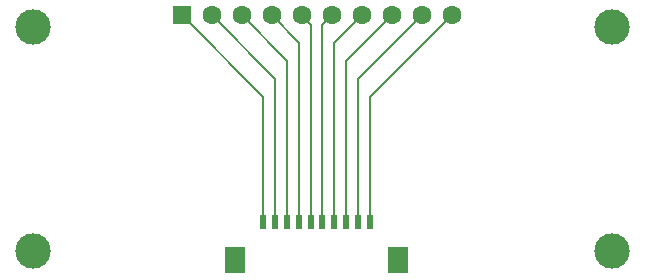
<source format=gbl>
G04*
G04 #@! TF.GenerationSoftware,Altium Limited,Altium Designer,23.8.1 (32)*
G04*
G04 Layer_Physical_Order=2*
G04 Layer_Color=16711680*
%FSLAX44Y44*%
%MOMM*%
G71*
G04*
G04 #@! TF.SameCoordinates,F21FC784-CF66-45F2-9398-5FBE0A3DAB67*
G04*
G04*
G04 #@! TF.FilePolarity,Positive*
G04*
G01*
G75*
%ADD19C,0.2040*%
%ADD20C,1.6000*%
%ADD21R,1.6000X1.6000*%
%ADD22C,3.0000*%
%ADD23R,1.8000X2.2000*%
%ADD24R,0.6000X1.3000*%
D19*
X315000Y160051D02*
X384300Y229351D01*
X315000Y54541D02*
Y160051D01*
X225000Y54541D02*
Y160051D01*
X155700Y229351D02*
X225000Y160051D01*
X235000Y54541D02*
Y175451D01*
X181100Y229351D02*
X235000Y175451D01*
X245000Y54541D02*
Y190851D01*
X206500Y229351D02*
X245000Y190851D01*
X255000Y52291D02*
Y206251D01*
X231900Y229351D02*
X255000Y206251D01*
X265000Y52291D02*
Y221651D01*
X257300Y229351D02*
X265000Y221651D01*
X275000Y52291D02*
Y221651D01*
X282700Y229351D01*
X285000Y52291D02*
Y206251D01*
X308100Y229351D01*
X295000Y54541D02*
Y190851D01*
X333500Y229351D01*
X305000Y54541D02*
Y175451D01*
X358900Y229351D01*
D20*
X384300D02*
D03*
X358900D02*
D03*
X308100D02*
D03*
X181100D02*
D03*
X206500D02*
D03*
X282700D02*
D03*
X231900D02*
D03*
X257300D02*
D03*
X333500D02*
D03*
D21*
X155700D02*
D03*
D22*
X520000Y30000D02*
D03*
Y220000D02*
D03*
X30000D02*
D03*
Y30000D02*
D03*
D23*
X201000Y22041D02*
D03*
X339000D02*
D03*
D24*
X285000Y54541D02*
D03*
X275000D02*
D03*
X295000D02*
D03*
X305000D02*
D03*
X315000D02*
D03*
X255000D02*
D03*
X245000D02*
D03*
X265000D02*
D03*
X235000D02*
D03*
X225000D02*
D03*
M02*

</source>
